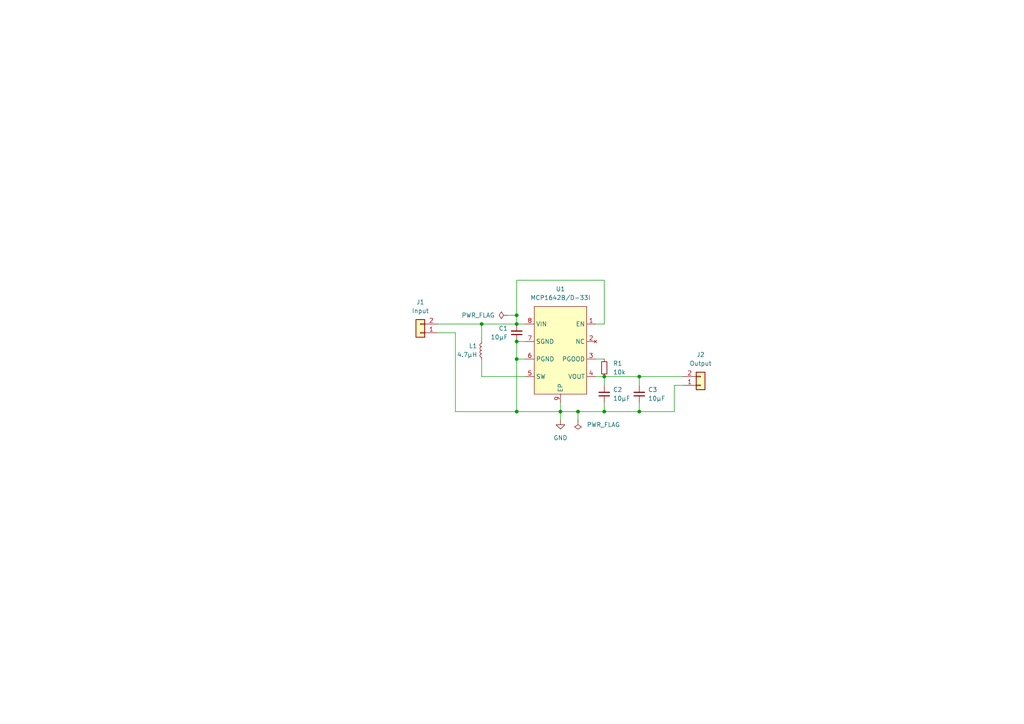
<source format=kicad_sch>
(kicad_sch (version 20211123) (generator eeschema)
  (paper "A4")
  (lib_symbols
    (symbol "3V3_boost_regulator:MCP1642B{slash}D-33I"
      (property "Reference" "U" (at 0 16.51 0))
      (property "Value" "MCP1642B{slash}D-33I" (at 0 13.97 0))
      (symbol "MCP1642B{slash}D-33I_0_1"
        (rectangle (start -7.62 12.7) (end 7.62 -12.7) (fill (type background)))
      )
      (symbol "MCP1642B{slash}D-33I_1_1"
        (pin input line (at -10.16 7.62 0) (length 2.54) (name "EN") (number "1"))
        (pin no_connect line (at -10.16 2.54 0) (length 2.54) (name "NC") (number "2"))
        (pin output line (at -10.16 -2.54 0) (length 2.54) (name "PGOOD") (number "3"))
        (pin power_out line (at -10.16 -7.62 0) (length 2.54) (name "VOUT") (number "4"))
        (pin bidirectional line (at 10.16 -7.62 180) (length 2.54) (name "SW") (number "5"))
        (pin power_in line (at 10.16 -2.54 180) (length 2.54) (name "PGND") (number "6"))
        (pin power_in line (at 10.16 2.54 180) (length 2.54) (name "SGND") (number "7"))
        (pin power_in line (at 10.16 7.62 180) (length 2.54) (name "VIN") (number "8"))
        (pin power_in line (at 0 -15.24 90) (length 2.54) (name "EP") (number "9"))
      )
    )
    (symbol "Connector_Generic:Conn_01x02" (pin_names (offset 1.016) hide)
      (property "Reference" "J" (at 0 2.54 0))
      (property "Value" "Conn_01x02" (at 0 -5.08 0))
      (symbol "Conn_01x02_1_1"
        (rectangle (start -1.27 -2.413) (end 0 -2.667) (stroke (width 0.1524)))
        (rectangle (start -1.27 0.127) (end 0 -0.127) (stroke (width 0.1524)))
        (rectangle (start -1.27 1.27) (end 1.27 -3.81) (stroke (width 0.254)) (fill (type background)))
        (pin passive line (at -5.08 0 0) (length 3.81) (name "Pin_1") (number "1"))
        (pin passive line (at -5.08 -2.54 0) (length 3.81) (name "Pin_2") (number "2"))
      )
    )
    (symbol "Device:C_Small" (pin_numbers hide) (pin_names (offset 0.254) hide)
      (property "Reference" "C" (at 0.254 1.778 0))
      (property "Value" "C_Small" (at 0.254 -2.032 0))
      (symbol "C_Small_0_1"
        (polyline (pts (xy -1.524 -0.508) (xy 1.524 -0.508)) (stroke (width 0.3302)))
        (polyline (pts (xy -1.524 0.508) (xy 1.524 0.508)) (stroke (width 0.3048)))
      )
      (symbol "C_Small_1_1"
        (pin passive line (at 0 2.54 270) (length 2.032) (name "~") (number "1"))
        (pin passive line (at 0 -2.54 90) (length 2.032) (name "~") (number "2"))
      )
    )
    (symbol "Device:L_Small" (pin_numbers hide) (pin_names (offset 0.254) hide)
      (property "Reference" "L" (at 0.762 1.016 0))
      (property "Value" "L_Small" (at 0.762 -1.016 0))
      (symbol "L_Small_0_1"
        (arc (start 0 -2.032) (mid 0.508 -1.524) (end 0 -1.016))
        (arc (start 0 -1.016) (mid 0.508 -0.508) (end 0 0))
        (arc (start 0 0) (mid 0.508 0.508) (end 0 1.016))
        (arc (start 0 1.016) (mid 0.508 1.524) (end 0 2.032))
      )
      (symbol "L_Small_1_1"
        (pin passive line (at 0 2.54 270) (length 0.508) (name "~") (number "1"))
        (pin passive line (at 0 -2.54 90) (length 0.508) (name "~") (number "2"))
      )
    )
    (symbol "Device:R_Small" (pin_numbers hide) (pin_names (offset 0.254) hide)
      (property "Reference" "R" (at 0.762 0.508 0))
      (property "Value" "R_Small" (at 0.762 -1.016 0))
      (symbol "R_Small_0_1"
        (rectangle (start -0.762 1.778) (end 0.762 -1.778) (stroke (width 0.2032)))
      )
      (symbol "R_Small_1_1"
        (pin passive line (at 0 2.54 270) (length 0.762) (name "~") (number "1"))
        (pin passive line (at 0 -2.54 90) (length 0.762) (name "~") (number "2"))
      )
    )
    (symbol "power:GND" (power) (pin_names (offset 0))
      (property "Value" "GND" (at 0 -3.81 0))
      (symbol "GND_0_1"
        (polyline (pts (xy 0 0) (xy 0 -1.27) (xy 1.27 -1.27) (xy 0 -2.54) (xy -1.27 -1.27) (xy 0 -1.27)))
      )
      (symbol "GND_1_1"
        (pin power_in line (at 0 0 270) (length 0) hide (name "GND") (number "1"))
      )
    )
    (symbol "power:PWR_FLAG" (power) (pin_numbers hide) (pin_names (offset 0) hide)
      (property "Value" "PWR_FLAG" (at 0 3.81 0))
      (symbol "PWR_FLAG_0_0"
        (pin power_out line (at 0 0 90) (length 0) (name "pwr") (number "1"))
      )
      (symbol "PWR_FLAG_0_1"
        (polyline (pts (xy 0 0) (xy 0 1.27) (xy -1.016 1.905) (xy 0 2.54) (xy 1.016 1.905) (xy 0 1.27)))
      )
    )
  )
  (junction (at 139.7 93.98))
  (junction (at 149.86 99.06))
  (junction (at 162.56 119.38))
  (junction (at 149.86 91.44))
  (junction (at 185.42 109.22))
  (junction (at 175.26 119.38))
  (junction (at 167.64 119.38))
  (junction (at 185.42 119.38))
  (junction (at 149.86 119.38))
  (junction (at 175.26 109.22))
  (junction (at 149.86 104.14))
  (junction (at 149.86 93.98))
  (wire (pts (xy 175.26 109.22) (xy 172.72 109.22)))
  (wire (pts (xy 149.86 91.44) (xy 149.86 93.98)))
  (wire (pts (xy 175.26 109.22) (xy 175.26 111.76)))
  (wire (pts (xy 167.64 119.38) (xy 162.56 119.38)))
  (wire (pts (xy 147.32 91.44) (xy 149.86 91.44)))
  (wire (pts (xy 149.86 99.06) (xy 152.4 99.06)))
  (wire (pts (xy 198.12 111.76) (xy 195.58 111.76)))
  (wire (pts (xy 149.86 93.98) (xy 152.4 93.98)))
  (wire (pts (xy 149.86 93.98) (xy 139.7 93.98)))
  (wire (pts (xy 175.26 81.28) (xy 149.86 81.28)))
  (wire (pts (xy 139.7 93.98) (xy 139.7 99.06)))
  (wire (pts (xy 175.26 116.84) (xy 175.26 119.38)))
  (wire (pts (xy 185.42 116.84) (xy 185.42 119.38)))
  (wire (pts (xy 149.86 104.14) (xy 149.86 119.38)))
  (wire (pts (xy 149.86 119.38) (xy 162.56 119.38)))
  (wire (pts (xy 132.08 96.52) (xy 132.08 119.38)))
  (wire (pts (xy 185.42 109.22) (xy 198.12 109.22)))
  (wire (pts (xy 172.72 93.98) (xy 175.26 93.98)))
  (wire (pts (xy 127 96.52) (xy 132.08 96.52)))
  (wire (pts (xy 132.08 119.38) (xy 149.86 119.38)))
  (wire (pts (xy 175.26 104.14) (xy 172.72 104.14)))
  (wire (pts (xy 175.26 93.98) (xy 175.26 81.28)))
  (wire (pts (xy 127 93.98) (xy 139.7 93.98)))
  (wire (pts (xy 162.56 116.84) (xy 162.56 119.38)))
  (wire (pts (xy 185.42 109.22) (xy 175.26 109.22)))
  (wire (pts (xy 175.26 119.38) (xy 167.64 119.38)))
  (wire (pts (xy 195.58 111.76) (xy 195.58 119.38)))
  (wire (pts (xy 185.42 109.22) (xy 185.42 111.76)))
  (wire (pts (xy 139.7 104.14) (xy 139.7 109.22)))
  (wire (pts (xy 195.58 119.38) (xy 185.42 119.38)))
  (wire (pts (xy 149.86 104.14) (xy 149.86 99.06)))
  (wire (pts (xy 149.86 81.28) (xy 149.86 91.44)))
  (wire (pts (xy 162.56 119.38) (xy 162.56 121.92)))
  (wire (pts (xy 152.4 104.14) (xy 149.86 104.14)))
  (wire (pts (xy 152.4 109.22) (xy 139.7 109.22)))
  (wire (pts (xy 185.42 119.38) (xy 175.26 119.38)))
  (wire (pts (xy 167.64 119.38) (xy 167.64 121.92)))
  (symbol (lib_id "power:PWR_FLAG") (at 147.32 91.44 90) (unit 1)
    (property "Reference" "#FLG0101" (effects hide))
    (property "Value" "PWR_FLAG" (at 143.51 91.4399 90) (effects (justify left)))
  )
  (symbol (lib_id "Connector_Generic:Conn_01x02") (at 203.2 111.76 0) (mirror x) (unit 1)
    (property "Reference" "J2" (at 203.2 102.87 0))
    (property "Value" "Output" (at 203.2 105.41 0))
    (property "Footprint" "3V3_boost_regulator:PinHeader_1x02_P2.54mm_Vertical_with_Edge_Connector" (effects hide))
  )
  (symbol (lib_id "Connector_Generic:Conn_01x02") (at 121.92 96.52 180) (unit 1)
    (property "Reference" "J1" (at 121.92 87.63 0))
    (property "Value" "Input" (at 121.92 90.17 0))
    (property "Footprint" "3V3_boost_regulator:PinHeader_1x02_P2.54mm_Vertical_with_Edge_Connector" (effects hide))
  )
  (symbol (lib_id "Device:C_Small") (at 175.26 114.3 180) (unit 1)
    (property "Reference" "C2" (at 177.8 113.0235 0) (effects (justify right)))
    (property "Value" "10µF" (at 177.8 115.5635 0) (effects (justify right)))
    (property "Footprint" "Capacitor_SMD:C_0805_2012Metric_Pad1.18x1.45mm_HandSolder" (effects hide))
    (property "Note" "low ESR X5R or X7R" (effects hide))
  )
  (symbol (lib_id "power:GND") (at 162.56 121.92 0) (mirror y) (unit 1)
    (property "Reference" "#PWR01" (effects hide))
    (property "Value" "GND" (at 162.56 127 0))
  )
  (symbol (lib_id "Device:R_Small") (at 175.26 106.68 180) (unit 1)
    (property "Reference" "R1" (at 177.8 105.4099 0) (effects (justify right)))
    (property "Value" "10k" (at 177.8 107.9499 0) (effects (justify right)))
    (property "Footprint" "Resistor_SMD:R_0805_2012Metric_Pad1.20x1.40mm_HandSolder" (effects hide))
  )
  (symbol (lib_id "3V3_boost_regulator:MCP1642B{slash}D-33I") (at 162.56 101.6 0) (mirror y) (unit 1)
    (property "Reference" "U1" (at 162.56 83.82 0))
    (property "Value" "MCP1642B/D-33I" (at 162.56 86.36 0))
    (property "Footprint" "3V3_boost_regulator:DFN8_2x3mm_P0.5mm_EP1.45x1.75mm_hand_solder" (effects hide))
    (property "Datasheet" "https://ww1.microchip.com/downloads/en/DeviceDoc/20005253A.pdf" (effects hide))
  )
  (symbol (lib_id "Device:L_Small") (at 139.7 101.6 0) (mirror y) (unit 1)
    (property "Reference" "L1" (at 138.43 100.3299 0) (effects (justify left)))
    (property "Value" "4.7µH" (at 138.43 102.8699 0) (effects (justify left)))
    (property "Footprint" "3V3_boost_regulator:B82462A4" (effects hide))
    (property "Datasheet" "https://www.tdk-electronics.tdk.com/inf/30/db/ind_2008/b82462a4.pdf" (effects hide))
    (property "Note" "EPCOS/TDK B82462A4472M000" (effects hide))
  )
  (symbol (lib_id "Device:C_Small") (at 185.42 114.3 180) (unit 1)
    (property "Reference" "C3" (at 187.96 113.0235 0) (effects (justify right)))
    (property "Value" "10µF" (at 187.96 115.5635 0) (effects (justify right)))
    (property "Footprint" "Capacitor_SMD:C_0805_2012Metric_Pad1.18x1.45mm_HandSolder" (effects hide))
    (property "Note" "low ESR X5R or X7R" (effects hide))
  )
  (symbol (lib_id "Device:C_Small") (at 149.86 96.52 0) (mirror x) (unit 1)
    (property "Reference" "C1" (at 147.32 95.2435 0) (effects (justify right)))
    (property "Value" "10µF" (at 147.32 97.7835 0) (effects (justify right)))
    (property "Footprint" "Capacitor_SMD:C_0805_2012Metric_Pad1.18x1.45mm_HandSolder" (effects hide))
    (property "Note" "low ESR X5R or X7R" (effects hide))
  )
  (symbol (lib_id "power:PWR_FLAG") (at 167.64 121.92 180) (unit 1)
    (property "Reference" "#FLG0102" (effects hide))
    (property "Value" "PWR_FLAG" (at 170.18 123.1899 0) (effects (justify right)))
  )
)
</source>
